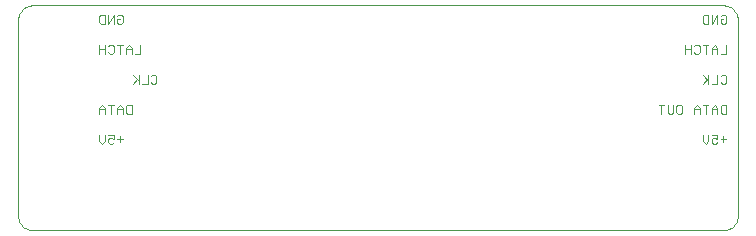
<source format=gbo>
G75*
G70*
%OFA0B0*%
%FSLAX24Y24*%
%IPPOS*%
%LPD*%
%AMOC8*
5,1,8,0,0,1.08239X$1,22.5*
%
%ADD10C,0.0000*%
%ADD11C,0.0040*%
D10*
X002830Y003080D02*
X025830Y003080D01*
X025874Y003082D01*
X025917Y003088D01*
X025959Y003097D01*
X026001Y003110D01*
X026041Y003127D01*
X026080Y003147D01*
X026117Y003170D01*
X026151Y003197D01*
X026184Y003226D01*
X026213Y003259D01*
X026240Y003293D01*
X026263Y003330D01*
X026283Y003369D01*
X026300Y003409D01*
X026313Y003451D01*
X026322Y003493D01*
X026328Y003536D01*
X026330Y003580D01*
X026330Y010080D01*
X026328Y010124D01*
X026322Y010167D01*
X026313Y010209D01*
X026300Y010251D01*
X026283Y010291D01*
X026263Y010330D01*
X026240Y010367D01*
X026213Y010401D01*
X026184Y010434D01*
X026151Y010463D01*
X026117Y010490D01*
X026080Y010513D01*
X026041Y010533D01*
X026001Y010550D01*
X025959Y010563D01*
X025917Y010572D01*
X025874Y010578D01*
X025830Y010580D01*
X002830Y010580D01*
X002786Y010578D01*
X002743Y010572D01*
X002701Y010563D01*
X002659Y010550D01*
X002619Y010533D01*
X002580Y010513D01*
X002543Y010490D01*
X002509Y010463D01*
X002476Y010434D01*
X002447Y010401D01*
X002420Y010367D01*
X002397Y010330D01*
X002377Y010291D01*
X002360Y010251D01*
X002347Y010209D01*
X002338Y010167D01*
X002332Y010124D01*
X002330Y010080D01*
X002330Y003580D01*
X002332Y003536D01*
X002338Y003493D01*
X002347Y003451D01*
X002360Y003409D01*
X002377Y003369D01*
X002397Y003330D01*
X002420Y003293D01*
X002447Y003259D01*
X002476Y003226D01*
X002509Y003197D01*
X002543Y003170D01*
X002580Y003147D01*
X002619Y003127D01*
X002659Y003110D01*
X002701Y003097D01*
X002743Y003088D01*
X002786Y003082D01*
X002830Y003080D01*
D11*
X005136Y005975D02*
X005043Y006068D01*
X005043Y006255D01*
X005230Y006255D02*
X005230Y006068D01*
X005136Y005975D01*
X005337Y006022D02*
X005337Y006115D01*
X005384Y006162D01*
X005431Y006162D01*
X005524Y006115D01*
X005524Y006255D01*
X005337Y006255D01*
X005632Y006115D02*
X005819Y006115D01*
X005726Y006022D02*
X005726Y006209D01*
X005524Y006022D02*
X005478Y005975D01*
X005384Y005975D01*
X005337Y006022D01*
X005431Y006975D02*
X005431Y007255D01*
X005524Y007255D02*
X005337Y007255D01*
X005230Y007162D02*
X005136Y007255D01*
X005043Y007162D01*
X005043Y006975D01*
X005043Y007115D02*
X005230Y007115D01*
X005230Y007162D02*
X005230Y006975D01*
X005632Y006975D02*
X005632Y007162D01*
X005726Y007255D01*
X005819Y007162D01*
X005819Y006975D01*
X005927Y007022D02*
X005927Y007209D01*
X005973Y007255D01*
X006114Y007255D01*
X006114Y006975D01*
X005973Y006975D01*
X005927Y007022D01*
X005819Y007115D02*
X005632Y007115D01*
X006168Y007975D02*
X006308Y008115D01*
X006355Y008068D02*
X006168Y008255D01*
X006355Y008255D02*
X006355Y007975D01*
X006462Y007975D02*
X006649Y007975D01*
X006649Y008255D01*
X006757Y008209D02*
X006804Y008255D01*
X006897Y008255D01*
X006944Y008209D01*
X006944Y008022D01*
X006897Y007975D01*
X006804Y007975D01*
X006757Y008022D01*
X006408Y008975D02*
X006221Y008975D01*
X006114Y008975D02*
X006114Y009162D01*
X006020Y009255D01*
X005927Y009162D01*
X005927Y008975D01*
X005927Y009115D02*
X006114Y009115D01*
X006408Y009255D02*
X006408Y008975D01*
X005819Y009255D02*
X005632Y009255D01*
X005726Y009255D02*
X005726Y008975D01*
X005524Y009022D02*
X005478Y008975D01*
X005384Y008975D01*
X005337Y009022D01*
X005230Y008975D02*
X005230Y009255D01*
X005337Y009209D02*
X005384Y009255D01*
X005478Y009255D01*
X005524Y009209D01*
X005524Y009022D01*
X005230Y009115D02*
X005043Y009115D01*
X005043Y009255D02*
X005043Y008975D01*
X005090Y009975D02*
X005043Y010022D01*
X005043Y010209D01*
X005090Y010255D01*
X005230Y010255D01*
X005230Y009975D01*
X005090Y009975D01*
X005337Y009975D02*
X005337Y010255D01*
X005524Y010255D02*
X005337Y009975D01*
X005524Y009975D02*
X005524Y010255D01*
X005632Y010209D02*
X005679Y010255D01*
X005772Y010255D01*
X005819Y010209D01*
X005819Y010022D01*
X005772Y009975D01*
X005679Y009975D01*
X005632Y010022D01*
X005632Y010115D01*
X005726Y010115D01*
X023686Y007255D02*
X023872Y007255D01*
X023779Y007255D02*
X023779Y006975D01*
X023980Y007022D02*
X023980Y007255D01*
X024167Y007255D02*
X024167Y007022D01*
X024120Y006975D01*
X024027Y006975D01*
X023980Y007022D01*
X024275Y007022D02*
X024275Y007209D01*
X024322Y007255D01*
X024415Y007255D01*
X024462Y007209D01*
X024462Y007022D01*
X024415Y006975D01*
X024322Y006975D01*
X024275Y007022D01*
X024864Y006975D02*
X024864Y007162D01*
X024958Y007255D01*
X025051Y007162D01*
X025051Y006975D01*
X025051Y007115D02*
X024864Y007115D01*
X025159Y007255D02*
X025346Y007255D01*
X025252Y007255D02*
X025252Y006975D01*
X025454Y006975D02*
X025454Y007162D01*
X025547Y007255D01*
X025640Y007162D01*
X025640Y006975D01*
X025748Y007022D02*
X025748Y007209D01*
X025795Y007255D01*
X025935Y007255D01*
X025935Y006975D01*
X025795Y006975D01*
X025748Y007022D01*
X025640Y007115D02*
X025454Y007115D01*
X025454Y006255D02*
X025640Y006255D01*
X025640Y006115D01*
X025547Y006162D01*
X025500Y006162D01*
X025454Y006115D01*
X025454Y006022D01*
X025500Y005975D01*
X025594Y005975D01*
X025640Y006022D01*
X025748Y006115D02*
X025935Y006115D01*
X025842Y006022D02*
X025842Y006209D01*
X025346Y006255D02*
X025346Y006068D01*
X025252Y005975D01*
X025159Y006068D01*
X025159Y006255D01*
X025159Y007975D02*
X025299Y008115D01*
X025346Y008068D02*
X025159Y008255D01*
X025346Y008255D02*
X025346Y007975D01*
X025454Y007975D02*
X025640Y007975D01*
X025640Y008255D01*
X025748Y008209D02*
X025795Y008255D01*
X025888Y008255D01*
X025935Y008209D01*
X025935Y008022D01*
X025888Y007975D01*
X025795Y007975D01*
X025748Y008022D01*
X025748Y008975D02*
X025935Y008975D01*
X025935Y009255D01*
X025640Y009162D02*
X025547Y009255D01*
X025454Y009162D01*
X025454Y008975D01*
X025454Y009115D02*
X025640Y009115D01*
X025640Y009162D02*
X025640Y008975D01*
X025252Y008975D02*
X025252Y009255D01*
X025159Y009255D02*
X025346Y009255D01*
X025051Y009209D02*
X025051Y009022D01*
X025004Y008975D01*
X024911Y008975D01*
X024864Y009022D01*
X024756Y008975D02*
X024756Y009255D01*
X024864Y009209D02*
X024911Y009255D01*
X025004Y009255D01*
X025051Y009209D01*
X024756Y009115D02*
X024570Y009115D01*
X024570Y009255D02*
X024570Y008975D01*
X025206Y009975D02*
X025159Y010022D01*
X025159Y010209D01*
X025206Y010255D01*
X025346Y010255D01*
X025346Y009975D01*
X025206Y009975D01*
X025454Y009975D02*
X025454Y010255D01*
X025640Y010255D02*
X025454Y009975D01*
X025640Y009975D02*
X025640Y010255D01*
X025748Y010209D02*
X025795Y010255D01*
X025888Y010255D01*
X025935Y010209D01*
X025935Y010022D01*
X025888Y009975D01*
X025795Y009975D01*
X025748Y010022D01*
X025748Y010115D01*
X025842Y010115D01*
M02*

</source>
